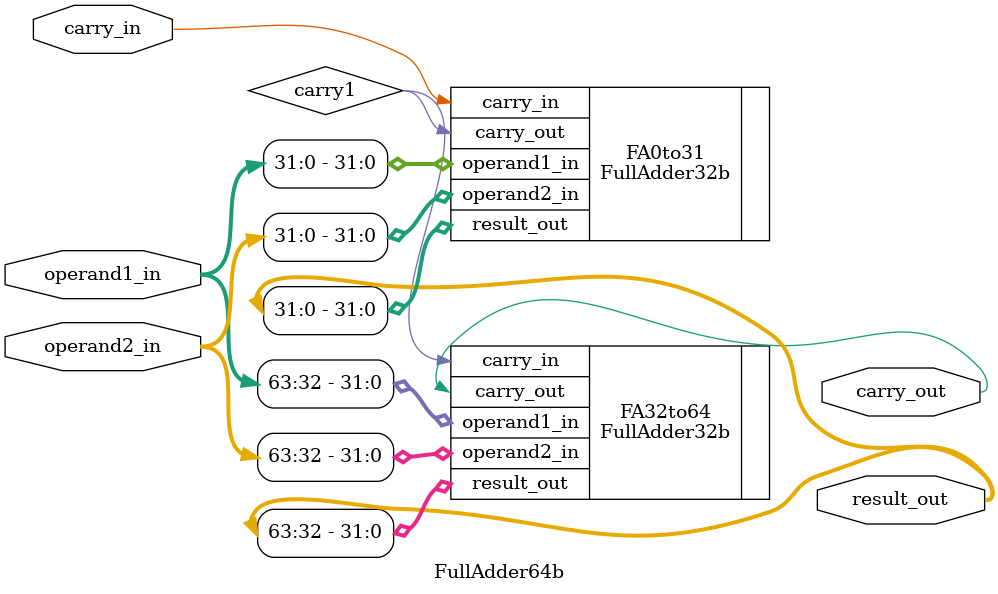
<source format=sv>
/*
Description:
64 bit Full Adder

I/O:
Inputs: operand1(64-bit), operand2(64-bit), carry_in (1-bit)
Outputs: result_out (64-bit), carry_out (1-bit)

Internal Functions:
Ripple carry adder of two 64-bit values using 32-bit full adders
*/

module FullAdder64b(
	input logic [63:0] operand1_in,
	input logic [63:0] operand2_in,
	input logic carry_in,
	output logic [63:0] result_out,
	output logic carry_out
);

logic carry1; // intermediate carry 

FullAdder32b FA0to31 (.operand1_in(operand1_in[31:0]), .operand2_in(operand2_in[31:0]), 
                 .carry_in(carry_in), .result_out(result_out[31:0]), .carry_out(carry1));
FullAdder32b FA32to64 (.operand1_in(operand1_in[63:32]), .operand2_in(operand2_in[63:32]), 
                 .carry_in(carry1), .result_out(result_out[63:32]), .carry_out(carry_out));

endmodule


</source>
